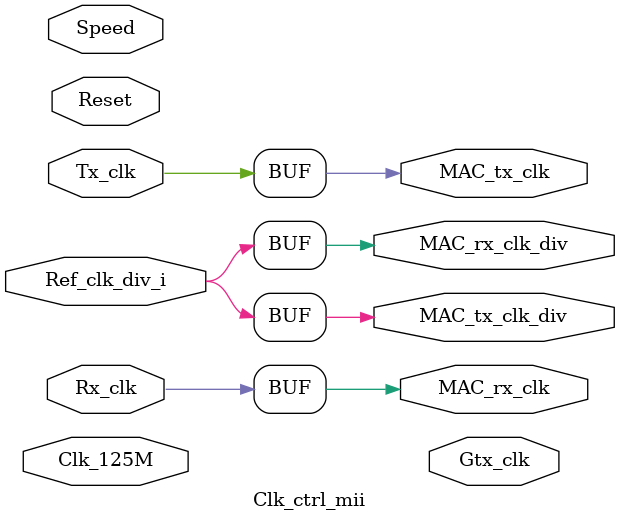
<source format=v>

module Clk_ctrl_mii (   
Reset           ,
Clk_125M        ,
//host interface,
Speed           ,
//Phy interface ,
Gtx_clk         ,
Rx_clk          ,
Tx_clk          ,
//interface clk ,
MAC_tx_clk      ,
MAC_rx_clk      ,
MAC_tx_clk_div  ,
MAC_rx_clk_div 
, Ref_clk_div_i
);
input           Reset           ;
input           Clk_125M        ;
                //host interface
input   [2:0]   Speed           ;       
                //Phy interface         
output          Gtx_clk         ;//used only in GMII mode
input           Rx_clk          ;
input           Tx_clk          ;//used only in MII mode
                //interface clk signals
output          MAC_tx_clk      ;
output          MAC_rx_clk      ;
output          MAC_tx_clk_div  ;
output          MAC_rx_clk_div  ;
input           Ref_clk_div_i	;

assign MAC_tx_clk = Tx_clk;
assign MAC_rx_clk = Rx_clk;      
assign MAC_tx_clk_div  = Ref_clk_div_i;
assign MAC_rx_clk_div  = Ref_clk_div_i;
/*
//******************************************************************************
//internal signals                                                              
//******************************************************************************
wire            Rx_clk_div2 ;
wire            Tx_clk_div2 ;
//******************************************************************************
//                                                              
//******************************************************************************
assign Gtx_clk      =Clk_125M                   ;
//assign MAC_rx_clk   =Rx_clk                     ;

BUFIO2 #(
	.DIVIDE(4), // DIVCLK divider (1,3-8)
	.DIVIDE_BYPASS("FALSE"), // Bypass the divider circuitry (TRUE/FALSE)
	.I_INVERT("FALSE"), // Invert clock (TRUE/FALSE)
	.USE_DOUBLER("TRUE") // Use doubler circuitry (TRUE/FALSE)
)
rx_div2_bufio (
	.DIVCLK(Rx_clk_div2), // 1-bit output: Divided clock output
	.IOCLK(MAC_rx_clk), // 1-bit output: I/O output clock
	.SERDESSTROBE(), // 1-bit output: Output SERDES strobe (connect to ISERDES2/OSERDES2)
	.I(Rx_clk) // 1-bit input: Clock input (connect to IBUFG)
);

BUFIO2 #(
	.DIVIDE(4), // DIVCLK divider (1,3-8)
	.DIVIDE_BYPASS("FALSE"), // Bypass the divider circuitry (TRUE/FALSE)
	.I_INVERT("FALSE"), // Invert clock (TRUE/FALSE)
	.USE_DOUBLER("TRUE") // Use doubler circuitry (TRUE/FALSE)
)
tx_div2_bufio (
	.DIVCLK(MAC_tx_clk_div), // 1-bit output: Divided clock output
	.IOCLK(MAC_tx_clk), // 1-bit output: I/O output clock
	.SERDESSTROBE(), // 1-bit output: Output SERDES strobe (connect to ISERDES2/OSERDES2)
	.I(Tx_clk) // 1-bit input: Clock input (connect to IBUFG)
);

CLK_DIV2 U_0_CLK_DIV2(
.Reset          (Reset          ),
.IN             (Rx_clk         ),
.OUT            (Rx_clk_div2    )
);

CLK_DIV2 U_1_CLK_DIV2(
.Reset          (Reset          ),
.IN             (Tx_clk         ),
.OUT            (Tx_clk_div2    )
);

CLK_SWITCH U_0_CLK_SWITCH(
.IN_0           (Rx_clk_div2    ),
.IN_1           (Rx_clk         ),
.SW             (Speed[2]       ),
.OUT            (MAC_rx_clk_div )
);

CLK_SWITCH U_1_CLK_SWITCH(
.IN_0           (Tx_clk         ),
.IN_1           (Clk_125M       ),
.SW             (Speed[2]       ),
.OUT            (MAC_tx_clk     )
);


CLK_SWITCH U_2_CLK_SWITCH(
.IN_0           (Tx_clk_div2    ),
.IN_1           (Clk_125M       ),
.SW             (Speed[2]       ),
.OUT            (MAC_tx_clk_div )
); */
endmodule

</source>
